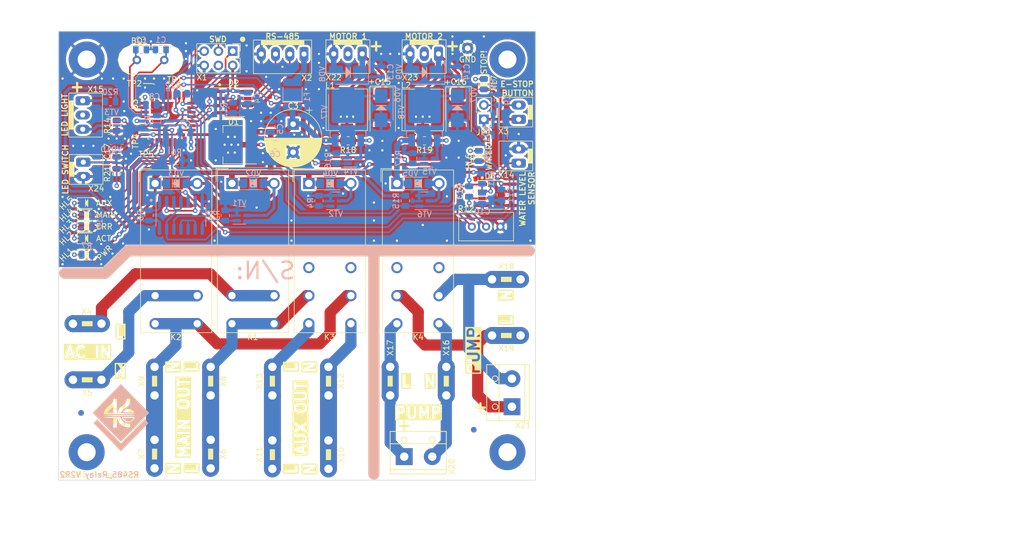
<source format=kicad_pcb>
(kicad_pcb
	(version 20240108)
	(generator "pcbnew")
	(generator_version "8.0")
	(general
		(thickness 1.6)
		(legacy_teardrops no)
	)
	(paper "A4")
	(title_block
		(title "RS485_Relay V2 module")
		(rev "2")
		(company "ООО \"Экросхим\"")
		(comment 1 "Anton Mukhin")
	)
	(layers
		(0 "F.Cu" signal)
		(31 "B.Cu" signal)
		(32 "B.Adhes" user "B.Adhesive")
		(33 "F.Adhes" user "F.Adhesive")
		(34 "B.Paste" user)
		(35 "F.Paste" user)
		(36 "B.SilkS" user "B.Silkscreen")
		(37 "F.SilkS" user "F.Silkscreen")
		(38 "B.Mask" user)
		(39 "F.Mask" user)
		(40 "Dwgs.User" user "User.Drawings")
		(41 "Cmts.User" user "User.Comments")
		(42 "Eco1.User" user "User.Eco1")
		(43 "Eco2.User" user "User.Eco2")
		(44 "Edge.Cuts" user)
		(45 "Margin" user)
		(46 "B.CrtYd" user "B.Courtyard")
		(47 "F.CrtYd" user "F.Courtyard")
		(48 "B.Fab" user)
		(49 "F.Fab" user)
		(50 "User.1" user)
		(51 "User.2" user)
		(52 "User.3" user)
		(53 "User.4" user)
		(54 "User.5" user)
		(55 "User.6" user)
		(56 "User.7" user)
		(57 "User.8" user)
		(58 "User.9" user)
	)
	(setup
		(pad_to_mask_clearance 0)
		(allow_soldermask_bridges_in_footprints no)
		(aux_axis_origin 40 110)
		(grid_origin 40 110)
		(pcbplotparams
			(layerselection 0x00010fc_ffffffff)
			(plot_on_all_layers_selection 0x0000000_00000000)
			(disableapertmacros no)
			(usegerberextensions no)
			(usegerberattributes no)
			(usegerberadvancedattributes no)
			(creategerberjobfile no)
			(dashed_line_dash_ratio 12.000000)
			(dashed_line_gap_ratio 3.000000)
			(svgprecision 4)
			(plotframeref no)
			(viasonmask no)
			(mode 1)
			(useauxorigin yes)
			(hpglpennumber 1)
			(hpglpenspeed 20)
			(hpglpendiameter 15.000000)
			(pdf_front_fp_property_popups yes)
			(pdf_back_fp_property_popups yes)
			(dxfpolygonmode yes)
			(dxfimperialunits yes)
			(dxfusepcbnewfont yes)
			(psnegative no)
			(psa4output no)
			(plotreference yes)
			(plotvalue no)
			(plotfptext yes)
			(plotinvisibletext no)
			(sketchpadsonfab no)
			(subtractmaskfromsilk yes)
			(outputformat 1)
			(mirror no)
			(drillshape 0)
			(scaleselection 1)
			(outputdirectory "gerbers/V2R2/")
		)
	)
	(net 0 "")
	(net 1 "Net-(D3-PF1)")
	(net 2 "Net-(D3-PF0)")
	(net 3 "GND")
	(net 4 "+12V")
	(net 5 "+3V3")
	(net 6 "E_STOP")
	(net 7 "Net-(D5A--)")
	(net 8 "Net-(D5A-+)")
	(net 9 "WATER")
	(net 10 "Net-(VD8-K)")
	(net 11 "Net-(VD9-K)")
	(net 12 "LIGHTS_SW")
	(net 13 "U1_RX")
	(net 14 "TXEN")
	(net 15 "U1_TX")
	(net 16 "Net-(D2-A)")
	(net 17 "Net-(D2-B)")
	(net 18 "RESET")
	(net 19 "Net-(D3-PA2)")
	(net 20 "Net-(D3-PA3)")
	(net 21 "LIGHTS")
	(net 22 "RL_EN")
	(net 23 "LED_AUX")
	(net 24 "LED_MAIN")
	(net 25 "LED_ERR")
	(net 26 "LED_ACT")
	(net 27 "unconnected-(D3-PA12-Pad22)")
	(net 28 "SWDIO")
	(net 29 "SWCLK")
	(net 30 "RL_AUX")
	(net 31 "RL_MAIN_uC")
	(net 32 "MOTOR1")
	(net 33 "MOTOR2")
	(net 34 "Net-(D3-PB6)")
	(net 35 "Net-(D3-PB7)")
	(net 36 "Net-(D4A-B)")
	(net 37 "LED_STOP")
	(net 38 "Net-(D4C-A)")
	(net 39 "RL_MAIN")
	(net 40 "Net-(X2-Pin_1)")
	(net 41 "unconnected-(H1-Pad1)")
	(net 42 "unconnected-(H2-Pad1)")
	(net 43 "unconnected-(H3-Pad1)")
	(net 44 "Net-(HL1-K)")
	(net 45 "Net-(HL2-K)")
	(net 46 "Net-(HL3-K)")
	(net 47 "Net-(HL4-K)")
	(net 48 "Net-(HL5-K)")
	(net 49 "Net-(HL6-K)")
	(net 50 "Net-(HL7-K)")
	(net 51 "/L_IN")
	(net 52 "/L_MAIN")
	(net 53 "Net-(VD2-A)")
	(net 54 "/N_IN")
	(net 55 "/N_MAIN")
	(net 56 "/L_AUX")
	(net 57 "/N_AUX")
	(net 58 "Net-(VD4-A)")
	(net 59 "Net-(X18-Pin_1)")
	(net 60 "Net-(X17-Pin_1)")
	(net 61 "Net-(X19-Pin_1)")
	(net 62 "Net-(X16-Pin_1)")
	(net 63 "Net-(VD5-A)")
	(net 64 "Net-(VD6-K)")
	(net 65 "Net-(VD7-K)")
	(net 66 "Net-(VT4-D)")
	(net 67 "Net-(VT5-D)")
	(net 68 "Net-(X15-Pin_1)")
	(net 69 "Net-(VT3-D)")
	(net 70 "unconnected-(X1-Pin_4-Pad4)")
	(net 71 "unconnected-(X15-Pin_2-Pad2)")
	(net 72 "unconnected-(X22-Pin_2-Pad2)")
	(net 73 "unconnected-(X23-Pin_2-Pad2)")
	(footprint "Package_SO:SOIC-8_3.9x4.9mm_P1.27mm" (layer "F.Cu") (at 71.2 42.599998))
	(footprint "Relay_THT:Relay_SPST_Omron_G2RL-1A-E" (layer "F.Cu") (at 57.2 57.1))
	(footprint "Ecohim:Connector_TAB_6.35mm" (layer "F.Cu") (at 57.1 92.34 90))
	(footprint "Capacitor_SMD:C_0805_2012Metric" (layer "F.Cu") (at 113.175 58.535 90))
	(footprint "LED_SMD:LED_0805_2012Metric" (layer "F.Cu") (at 45.000001 62.7))
	(footprint "Ecohim:TestPoint_Pad_D0.8mm_no_circle" (layer "F.Cu") (at 59.100001 39.6 180))
	(footprint "Ecohim:DS1070-3_WF-3_CONNFLY" (layer "F.Cu") (at 89.034999 34))
	(footprint "LED_SMD:LED_0805_2012Metric" (layer "F.Cu") (at 45 60.600001))
	(footprint "Resistor_SMD:R_0805_2012Metric" (layer "F.Cu") (at 50.3375 55.4 90))
	(footprint "Ecohim:Connector_TAB_6.35mm" (layer "F.Cu") (at 88.1 92.34 90))
	(footprint "LED_SMD:LED_0805_2012Metric" (layer "F.Cu") (at 45.000001 66.9))
	(footprint "Ecohim:THT_pad_2mm_1.3mm_drill" (layer "F.Cu") (at 100.3 72.1))
	(footprint "Capacitor_SMD:C_0805_2012Metric" (layer "F.Cu") (at 50.3375 51.4 90))
	(footprint (layer "F.Cu") (at 107.8 72.1))
	(footprint "Ecohim:Connector_TAB_6.35mm" (layer "F.Cu") (at 78.1 105.44 90))
	(footprint "Ecohim:TestPoint_Pad_D0.8mm_no_circle" (layer "F.Cu") (at 54.7 49.6 180))
	(footprint "Ecohim:Connector_TAB_6.35mm" (layer "F.Cu") (at 88.1 105.44 90))
	(footprint "Ecohim:Connector_TAB_6.35mm" (layer "F.Cu") (at 67.1 92.34 90))
	(footprint "Ecohim:Connector_TAB_6.35mm" (layer "F.Cu") (at 109.1 92.339999 -90))
	(footprint "Ecohim:TerminalBlock_KLS2-301-5.00-02P" (layer "F.Cu") (at 120.8 94.4 90))
	(footprint "Relay_THT:Relay_DPST_Omron_G2RL-2A" (layer "F.Cu") (at 100.3 57.1))
	(footprint "Ecohim:TestPoint_Pad_D0.8mm_no_circle" (layer "F.Cu") (at 57.8 39.6 180))
	(footprint "Connector_PinHeader_2.54mm:PinHeader_2x03_P2.54mm_Vertical" (layer "F.Cu") (at 71.025 33.525 -90))
	(footprint "MountingHole:MountingHole_3.2mm_M3_Pad" (layer "F.Cu") (at 45 105))
	(footprint "LED_SMD:LED_0805_2012Metric" (layer "F.Cu") (at 45 69.8))
	(footprint "Ecohim:Connector_TAB_6.35mm" (layer "F.Cu") (at 119.8 74.2))
	(footprint "Ecohim:Connector_TAB_6.35mm" (layer "F.Cu") (at 78.1 92.34 90))
	(footprint "Package_TO_SOT_SMD:SOT-223-3_TabPin2" (layer "F.Cu") (at 71.2 50.2 180))
	(footprint "Resistor_SMD:R_0805_2012Metric" (layer "F.Cu") (at 105.2 49.500001 180))
	(footprint "MountingHole:MountingHole_3.2mm_M3_Pad" (layer "F.Cu") (at 120 105))
	(footprint "Resistor_SMD:R_0805_2012Metric" (layer "F.Cu") (at 91.6 49.5 180))
	(footprint "MountingHole:MountingHole_3.2mm_M3_Pad" (layer "F.Cu") (at 45 35))
	(footprint "Ecohim:TestPoint_Pad_D0.8mm_no_circle" (layer "F.Cu") (at 55.5 50.6 180))
	(footprint "Ecohim:TerminalBlock_KLS2-301-5.00-02P" (layer "F.Cu") (at 104.1 105.8))
	(footprint "Ecohim:Connector_TAB_6.35mm" (layer "F.Cu") (at 57.1 105.34 90))
	(footprint "LED_SMD:LED_0805_2012Metric" (layer "F.Cu") (at 115.8 39.4 -90))
	(footprint "Ecohim:Ecohim-logo_10x12mm" (layer "F.Cu") (at 51.1 98.8))
	(footprint "LED_SMD:LED_0805_2012Metric" (layer "F.Cu") (at 45 64.8))
	(footprint "Potentiometer_THT:Potentiometer_Bourns_3296W_Vertical" (layer "F.Cu") (at 113.66 64.8 180))
	(footprint "Ecohim:DS1070-3_WF-3_CONNFLY" (layer "F.Cu") (at 102.635001 34))
	(footprint "TestPoint:TestPoint_THTPad_D2.0mm_Drill1.0mm" (layer "F.Cu") (at 112.9 33 180))
	(footprint "Ecohim:L_7.3x7.3_H4.5" (layer "F.Cu") (at 91.375 43.965 90))
	(footprint "Fiducial:Fiducial_1mm_Mask3mm" (layer "F.Cu") (at 44 98))
	(footprint "Ecohim:Connector_TAB_6.35mm" (layer "F.Cu") (at 99.1 92.34 -90))
	(footprint "Relay_THT:Relay_DPST_Omron_G2RL-2A" (layer "F.Cu") (at 84.6 57.1))
	(footprint "Capacitor_Tantalum_SMD:CP_EIA-7343-31_Kemet-D" (layer "F.Cu") (at 111.3 44.2 -90))
	(footprint "Ecohim:DS1070-2_WF-2_CONNFLY" (layer "F.Cu") (at 122 50.95 -90))
	(footprint "Capacitor_Tantalum_SMD:CP_EIA-7343-31_Kemet-D" (layer "F.Cu") (at 97.775 44.165 -90))
	(footprint (layer "F.Cu") (at 92.1 72.1))
	(footprint "MountingHole:MountingHole_3.2mm_M3_Pad"
		(layer "F.Cu")
		(uuid "b81229d7-adee-4380-84b4-abbb6b7f5812")
		(at 120 35)
		(descr "Mounting Hole 3.2mm, M3")
		(tags "mounting hole 3.2mm m3")
		(property "Reference" "H2"
			(at 0 -4.2 0)
			(layer "F.SilkS")
			(hide yes)
			(uuid "97f816ae-72c6-4954-bde3-0e2539ad1d45")
			(effects
				(font
					(size 1 1)
					(thickness 0.15)
				)
			)
		)
		(property "Value" "M3"
			(at 0 4.2 0)
			(layer "F.Fab")
			(hide yes)
			(uuid "2b7fb973-375a-4c65-bd11-ed5eeaf43323")
			(effects
				(font
					(size 1 1)
					(thickness 0.15)
				)
			)
		)
		(property "Footprint" "MountingHole:MountingHole_3.2mm_M3_Pad"
			(at 0 0 0)
			(unlocked yes)
			(layer "F.Fab")
			(hide yes)
			(uuid "3be2ddff-850c-485a-beeb-0b1ff44691da")
			(effects
				(font
					(size 1.27 1.27)
					(thickness 0.15)
				)
			)
		)
		(property "Datasheet" ""
			(at 0 0 0)
			(unlocked yes)
			(layer "F.Fab")
			(hide yes)
			(uuid "9216abe8-1725-44b3-a73c-e816007ee747")
			(effects
				(font
					(size 1.27 1.27)
					(thickness 0.15)
				)
			)
		)
		(property "Description" ""
			(at 0 0 0)
			(unlocked yes)
			(layer "F.Fab")
			(hide yes)
			(uuid "8dad016d-5a15-4397-a72c-37e83195b009")
			(effects
				(font
					(size 1.27 1.27)
					(thickness 0.15)
				)
			)
		)
		(property ki_fp_filters "MountingHole*Pad*")
		(path "/b551753e-2814-46b8-b7ee-f6d6a75fb672")
		(sheetname "Root")
		(sheetfile "RS485_Relay_V2R2.kicad_sch")
		(attr exclude_from_pos_files exclude_from_bom)
		(fp_circle
			(center 0 0)
			(end 3.2 0)
			(stroke
				(width 0.15)
				(type solid)
			)
			(fill none)
			(layer "Cmts.User")
			(uuid "88c42ccc-c02b-4343-9607-7eb60d73c9f5")
		)
		(fp_circle
			(center 0 0)
			(end 3.45 0)
			(stroke
				(width 0.05)
				(type solid)
			)
			(fill none)
			(layer "F.CrtYd")
			(uuid "55a4d561-a27a-4c7d-a806-713beb917035")
		)
		(fp_text user "${REFERENCE}"
			(at 0 
... [908136 chars truncated]
</source>
